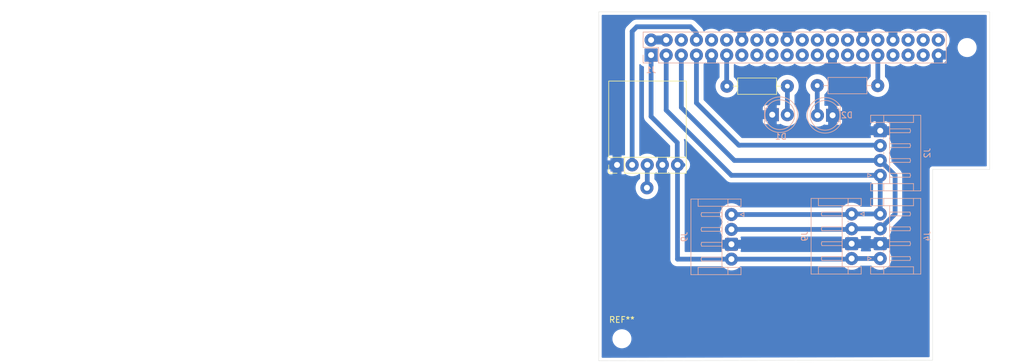
<source format=kicad_pcb>
(kicad_pcb (version 20240108) (generator "pcbnew") (generator_version "8.0")
  (layers (0 "F.Cu" signal) (31 "B.Cu" signal) (34 "B.Paste" user) (35 "F.Paste" user) (36 "B.SilkS" user "B.Silkscreen") (37 "F.SilkS" user "F.Silkscreen") (38 "B.Mask" user) (39 "F.Mask" user) (44 "Edge.Cuts" user))
  (net 0 "")
  (net 1 "GPIO5")
  (net 2 "GPIO13")
  (net 3 "Net-(D1-A)")
  (net 5 "Net-(D2-A)")
  (net 6 "+3.3V")
  (net 7 "TX")
  (net 8 "RX")
  (net 9 "GND")
  (net 12 "GPIO6")
  (net 16 "GPIO27")
  (net 19 "GPIO17")
  (net 21 "SDA")
  (net 26 "SCL")
  (net 31 "GPIO4")
  (net 33 "Net-(J5-Pin_1)")
  (footprint "Library_komsos:MountingHole_2.2mm_M2" (layer "F.Cu") (at 149.5 102)
    (property "Reference" "REF**" (at 0 -3.2 0) (layer "F.SilkS"))
    (property "Value" "MountingHole_2.2mm_M2")
    (pad "" np_thru_hole circle (at 0 0) (size 2.2 2.2) (drill 2.2) (layers "F&B.Cu" "*.Mask") (clearance 0.5))
  )
  (footprint "" (layer "F.Cu") (at 153.7 76.6)
    (property "Reference" "" (at 0 0 0) (layer "F.SilkS") (effects (font (size 1.27 1.27))))
    (property "Value" "")
    (pad "2" thru_hole circle (at 0 0 270) (size 2.2 2.2) (drill 1) (layers "*.Cu" "*.Mask") (net 8 "RX"))
  )
  (footprint "Library_komsos:GPS_BDS_BeiDou_Dual_Module_v2.2mm" (layer "F.Cu") (at 148.68 72.745 90)
    (property "Reference" "IC1" (hide yes))
    (property "Value" "Module_GPS")
    (fp_line (start 14.1 -1.4) (end 1.27 -1.4) (stroke (width 0.12)) (layer "F.SilkS"))
    (fp_line (start 1.27 -1.4) (end 1.27 1.27) (stroke (width 0.12)) (layer "F.SilkS"))
    (fp_line (start 0 -1.4) (end -1.4 -1.4) (stroke (width 0.12)) (layer "F.SilkS"))
    (fp_line (start -1.4 -1.4) (end -1.4 0) (stroke (width 0.12)) (layer "F.SilkS"))
    (fp_line (start 1.27 1.27) (end -1.4 1.27) (stroke (width 0.12)) (layer "F.SilkS"))
    (fp_line (start 1.27 1.27) (end 1.27 11.63) (stroke (width 0.12)) (layer "F.SilkS"))
    (fp_line (start -1.4 1.27) (end -1.4 11.63) (stroke (width 0.12)) (layer "F.SilkS"))
    (fp_line (start 14.1 11.63) (end 14.1 -1.4) (stroke (width 0.12)) (layer "F.SilkS"))
    (fp_line (start -1.4 11.63) (end 14.1 11.63) (stroke (width 0.12)) (layer "F.SilkS"))
    (pad "" thru_hole rect (at 0 0 90) (size 2.2 2.2) (drill 1) (layers "*.Cu" "*.Mask") (net 9 "GND"))
    (pad "2" thru_hole oval (at 0 2.54 90) (size 2.2 2.2) (drill 1) (layers "*.Cu" "*.Mask") (net 7 "TX"))
    (pad "3" thru_hole oval (at 0 5.08 90) (size 2.2 2.2) (drill 1) (layers "*.Cu" "*.Mask") (net 8 "RX"))
    (pad "4" thru_hole oval (at 0 7.62 90) (size 2.2 2.2) (drill 1) (layers "*.Cu" "*.Mask") (net 9 "GND"))
    (pad "5" thru_hole oval (at 0 10.16 90) (size 2.2 2.2) (drill 1) (layers "*.Cu" "*.Mask") (net 6 "+3.3V"))
  )
  (footprint "Library_komsos:MountingHole_2.2mm_M2" (layer "F.Cu") (at 207.5 53)
    (property "Reference" "REF**" (hide yes))
    (property "Value" "MountingHole_2.2mm_M2")
    (pad "" np_thru_hole circle (at 0 0) (size 2.2 2.2) (drill 2.2) (layers "F&B.Cu" "*.Mask") (clearance 0.5))
  )
  (footprint "Library_komsos:R_Axial_DIN0207_L6.3mm_D2.5mm_P10.16mm_Horizontal_v2.2mm" (layer "F.Cu") (at 167.14 59.5)
    (property "Reference" "R1" (hide yes))
    (property "Value" "260")
    (fp_line (start 1.04 0) (end 1.81 0) (stroke (width 0.12)) (layer "F.SilkS"))
    (fp_line (start 1.81 -1.37) (end 1.81 1.37) (stroke (width 0.12)) (layer "F.SilkS"))
    (fp_line (start 1.81 1.37) (end 8.35 1.37) (stroke (width 0.12)) (layer "F.SilkS"))
    (fp_line (start 8.35 -1.37) (end 1.81 -1.37) (stroke (width 0.12)) (layer "F.SilkS"))
    (fp_line (start 8.35 1.37) (end 8.35 -1.37) (stroke (width 0.12)) (layer "F.SilkS"))
    (fp_line (start 9.12 0) (end 8.35 0) (stroke (width 0.12)) (layer "F.SilkS"))
    (pad "1" thru_hole oval (at 0 0) (size 2.2 2.2) (drill 0.8) (layers "*.Cu" "*.Mask") (net 19 "GPIO17"))
    (pad "2" thru_hole oval (at 10.16 0) (size 2.2 2.2) (drill 0.8) (layers "*.Cu" "*.Mask") (net 3 "Net-(D1-A)"))
  )
  (footprint "Library_komsos:JST_EH_S4B-EH_1x04_P2.50mm_Horizontal_kosmos" (layer "B.Cu") (at 192.9 74.5 90)
    (property "Reference" "J2" (at 3.75 7.9 90) (layer "B.SilkS") (effects (justify mirror)))
    (property "Value" "Arduino_Motor")
    (fp_line (start 0.3 -2.1) (end -0.3 -2.1) (stroke (width 0.12)) (layer "B.SilkS"))
    (fp_line (start -0.3 -2.1) (end 0 -1.5) (stroke (width 0.12)) (layer "B.SilkS"))
    (fp_line (start 10.11 -1.61) (end 10.11 6.81) (stroke (width 0.12)) (layer "B.SilkS"))
    (fp_line (start 8.89 -1.61) (end 10.11 -1.61) (stroke (width 0.12)) (layer "B.SilkS"))
    (fp_line (start -1.39 -1.61) (end -1.39 0.59) (stroke (width 0.12)) (layer "B.SilkS"))
    (fp_line (start -2.61 -1.61) (end -1.39 -1.61) (stroke (width 0.12)) (layer "B.SilkS"))
    (fp_line (start 0 -1.5) (end 0.3 -2.1) (stroke (width 0.12)) (layer "B.SilkS"))
    (fp_line (start 10.11 0.59) (end 8.89 0.59) (stroke (width 0.12)) (layer "B.SilkS"))
    (fp_line (start 8.89 0.59) (end 8.89 -1.61) (stroke (width 0.12)) (layer "B.SilkS"))
    (fp_line (start 8.89 0.59) (end 8.89 5.59) (stroke (width 0.12)) (layer "B.SilkS"))
    (fp_line (start 6.33 0.59) (end 6.17 0.59) (stroke (width 0.12)) (layer "B.SilkS"))
    (fp_line (start 3.83 0.59) (end 3.67 0.59) (stroke (width 0.12)) (layer "B.SilkS"))
    (fp_line (start 1.33 0.59) (end 1.17 0.59) (stroke (width 0.12)) (layer "B.SilkS"))
    (fp_line (start -1.39 0.59) (end -1.39 5.59) (stroke (width 0.12)) (layer "B.SilkS"))
    (fp_line (start -2.61 0.59) (end -1.39 0.59) (stroke (width 0.12)) (layer "B.SilkS"))
    (fp_line (start 8.89 1.59) (end -1.39 1.59) (stroke (width 0.12)) (layer "B.SilkS"))
    (fp_line (start 7.82 1.59) (end 7.82 5.01) (stroke (width 0.12)) (layer "B.SilkS"))
    (fp_line (start 7.5 1.59) (end 7.82 1.59) (stroke (width 0.12)) (layer "B.SilkS"))
    (fp_line (start 7.18 1.59) (end 7.5 1.59) (stroke (width 0.12)) (layer "B.SilkS"))
    (fp_line (start 5.32 1.59) (end 5.32 5.01) (stroke (width 0.12)) (layer "B.SilkS"))
    (fp_line (start 5 1.59) (end 5.32 1.59) (stroke (width 0.12)) (layer "B.SilkS"))
    (fp_line (start 4.68 1.59) (end 5 1.59) (stroke (width 0.12)) (layer "B.SilkS"))
    (fp_line (start 2.82 1.59) (end 2.82 5.01) (stroke (width 0.12)) (layer "B.SilkS"))
    (fp_line (start 2.5 1.59) (end 2.82 1.59) (stroke (width 0.12)) (layer "B.SilkS"))
    (fp_line (start 2.18 1.59) (end 2.5 1.59) (stroke (width 0.12)) (layer "B.SilkS"))
    (fp_line (start 0.32 1.59) (end 0.32 5.01) (stroke (width 0.12)) (layer "B.SilkS"))
    (fp_line (start 0 1.59) (end 0.32 1.59) (stroke (width 0.12)) (layer "B.SilkS"))
    (fp_line (start -0.32 1.59) (end 0 1.59) (stroke (width 0.12)) (layer "B.SilkS"))
    (fp_line (start 7.82 5.01) (end 7.5 5.09) (stroke (width 0.12)) (layer "B.SilkS"))
    (fp_line (start 7.18 5.01) (end 7.18 1.59) (stroke (width 0.12)) (layer "B.SilkS"))
    (fp_line (start 5.32 5.01) (end 5 5.09) (stroke (width 0.12)) (layer "B.SilkS"))
    (fp_line (start 4.68 5.01) (end 4.68 1.59) (stroke (width 0.12)) (layer "B.SilkS"))
    (fp_line (start 2.82 5.01) (end 2.5 5.09) (stroke (width 0.12)) (layer "B.SilkS"))
    (fp_line (start 2.18 5.01) (end 2.18 1.59) (stroke (width 0.12)) (layer "B.SilkS"))
    (fp_line (start 0.32 5.01) (end 0 5.09) (stroke (width 0.12)) (layer "B.SilkS"))
    (fp_line (start -0.32 5.01) (end -0.32 1.59) (stroke (width 0.12)) (layer "B.SilkS"))
    (fp_line (start 7.5 5.09) (end 7.18 5.01) (stroke (width 0.12)) (layer "B.SilkS"))
    (fp_line (start 5 5.09) (end 4.68 5.01) (stroke (width 0.12)) (layer "B.SilkS"))
    (fp_line (start 2.5 5.09) (end 2.18 5.01) (stroke (width 0.12)) (layer "B.SilkS"))
    (fp_line (start 0 5.09) (end -0.32 5.01) (stroke (width 0.12)) (layer "B.SilkS"))
    (fp_line (start 8.89 5.59) (end 10.11 5.59) (stroke (width 0.12)) (layer "B.SilkS"))
    (fp_line (start -1.39 5.59) (end -2.61 5.59) (stroke (width 0.12)) (layer "B.SilkS"))
    (fp_line (start 10.11 6.81) (end -2.61 6.81) (stroke (width 0.12)) (layer "B.SilkS"))
    (fp_line (start -2.61 6.81) (end -2.61 -1.61) (stroke (width 0.12)) (layer "B.SilkS"))
    (pad "1" thru_hole circle (at 0 0 90) (size 2.2 2.2) (drill 1) (layers "*.Cu" "*.Mask") (net 21 "SDA"))
    (pad "2" thru_hole oval (at 2.5 0 90) (size 2.2 2.2) (drill 1) (layers "*.Cu" "*.Mask") (net 26 "SCL"))
    (pad "3" thru_hole oval (at 5 0 90) (size 2.2 2.2) (drill 1) (layers "*.Cu" "*.Mask") (net 31 "GPIO4"))
    (pad "4" thru_hole roundrect (at 7.5 0 90) (size 2.2 2.2) (drill 1) (layers "*.Cu" "*.Mask") (roundrect_rratio 0.1136363636) (net 9 "GND"))
  )
  (footprint "Library_komsos:PinSocket_2x20_P2.54mm_Vertical_pad2.2mm" (layer "B.Cu") (at 154.4 54.27 -90)
    (property "Reference" "J1" (at 2.5 0 0) (layer "B.SilkS") (effects (justify mirror)))
    (property "Value" "Raspberry_Pi_2_3")
    (fp_line (start -1.27 1.33) (end -3.87 1.33) (stroke (width 0.12)) (layer "B.SilkS"))
    (fp_line (start 1.33 1.33) (end 0 1.33) (stroke (width 0.12)) (layer "B.SilkS"))
    (fp_line (start 1.33 0) (end 1.33 1.33) (stroke (width 0.12)) (layer "B.SilkS"))
    (fp_line (start -1.27 -1.27) (end -1.27 1.33) (stroke (width 0.12)) (layer "B.SilkS"))
    (fp_line (start 1.33 -1.27) (end -1.27 -1.27) (stroke (width 0.12)) (layer "B.SilkS"))
    (fp_line (start -3.87 -49.59) (end -3.87 1.33) (stroke (width 0.12)) (layer "B.SilkS"))
    (fp_line (start 1.33 -49.59) (end 1.33 -1.27) (stroke (width 0.12)) (layer "B.SilkS"))
    (fp_line (start 1.33 -49.59) (end -3.87 -49.59) (stroke (width 0.12)) (layer "B.SilkS"))
    (pad "1" thru_hole rect (at 0 0 270) (size 2.2 2.2) (drill 1) (layers "*.Cu" "*.Mask") (net 6 "+3.3V"))
    (pad "2" thru_hole oval (at -2.54 0 270) (size 2.2 2.2) (drill 1) (layers "*.Cu" "*.Mask") (net 33 "Net-(J5-Pin_1)"))
    (pad "3" thru_hole oval (at 0 -2.54 270) (size 2.2 2.2) (drill 1) (layers "*.Cu" "*.Mask") (net 21 "SDA"))
    (pad "4" thru_hole oval (at -2.54 -2.54 270) (size 2.2 2.2) (drill 1) (layers "*.Cu" "*.Mask") (net 33 "Net-(J5-Pin_1)"))
    (pad "5" thru_hole oval (at 0 -5.08 270) (size 2.2 2.2) (drill 1) (layers "*.Cu" "*.Mask") (net 26 "SCL"))
    (pad "6" thru_hole oval (at -2.54 -5.08 270) (size 2.2 2.2) (drill 1) (layers "*.Cu" "*.Mask") (net 9 "GND"))
    (pad "7" thru_hole oval (at 0 -7.62 270) (size 2.2 2.2) (drill 1) (layers "*.Cu" "*.Mask") (net 31 "GPIO4"))
    (pad "8" thru_hole oval (at -2.54 -7.62 270) (size 2.2 2.2) (drill 1) (layers "*.Cu" "*.Mask") (net 7 "TX"))
    (pad "9" thru_hole oval (at 0 -10.16 270) (size 2.2 2.2) (drill 1) (layers "*.Cu" "*.Mask") (net 9 "GND"))
    (pad "10" thru_hole oval (at -2.54 -10.16 270) (size 2.2 2.2) (drill 1) (layers "*.Cu" "*.Mask") (net 8 "RX"))
    (pad "11" thru_hole oval (at 0 -12.7 270) (size 2.2 2.2) (drill 1) (layers "*.Cu" "*.Mask") (net 19 "GPIO17"))
    (pad "12" thru_hole oval (at -2.54 -12.7 270) (size 2.2 2.2) (drill 1) (layers "*.Cu" "*.Mask"))
    (pad "13" thru_hole oval (at 0 -15.24 270) (size 2.2 2.2) (drill 1) (layers "*.Cu" "*.Mask") (net 16 "GPIO27"))
    (pad "14" thru_hole oval (at -2.54 -15.24 270) (size 2.2 2.2) (drill 1) (layers "*.Cu" "*.Mask") (net 9 "GND"))
    (pad "15" thru_hole oval (at 0 -17.78 270) (size 2.2 2.2) (drill 1) (layers "*.Cu" "*.Mask"))
    (pad "16" thru_hole oval (at -2.54 -17.78 270) (size 2.2 2.2) (drill 1) (layers "*.Cu" "*.Mask"))
    (pad "17" thru_hole oval (at 0 -20.32 270) (size 2.2 2.2) (drill 1) (layers "*.Cu" "*.Mask") (net 6 "+3.3V"))
    (pad "18" thru_hole oval (at -2.54 -20.32 270) (size 2.2 2.2) (drill 1) (layers "*.Cu" "*.Mask"))
    (pad "19" thru_hole oval (at 0 -22.86 270) (size 2.2 2.2) (drill 1) (layers "*.Cu" "*.Mask"))
    (pad "20" thru_hole oval (at -2.54 -22.86 270) (size 2.2 2.2) (drill 1) (layers "*.Cu" "*.Mask") (net 9 "GND"))
    (pad "21" thru_hole oval (at 0 -25.4 270) (size 2.2 2.2) (drill 1) (layers "*.Cu" "*.Mask"))
    (pad "22" thru_hole oval (at -2.54 -25.4 270) (size 2.2 2.2) (drill 1) (layers "*.Cu" "*.Mask"))
    (pad "23" thru_hole oval (at 0 -27.94 270) (size 2.2 2.2) (drill 1) (layers "*.Cu" "*.Mask"))
    (pad "24" thru_hole oval (at -2.54 -27.94 270) (size 2.2 2.2) (drill 1) (layers "*.Cu" "*.Mask"))
    (pad "25" thru_hole oval (at 0 -30.48 270) (size 2.2 2.2) (drill 1) (layers "*.Cu" "*.Mask") (net 9 "GND"))
    (pad "26" thru_hole oval (at -2.54 -30.48 270) (size 2.2 2.2) (drill 1) (layers "*.Cu" "*.Mask"))
    (pad "27" thru_hole oval (at 0 -33.02 270) (size 2.2 2.2) (drill 1) (layers "*.Cu" "*.Mask"))
    (pad "28" thru_hole oval (at -2.54 -33.02 270) (size 2.2 2.2) (drill 1) (layers "*.Cu" "*.Mask"))
    (pad "29" thru_hole oval (at 0 -35.56 270) (size 2.2 2.2) (drill 1) (layers "*.Cu" "*.Mask") (net 1 "GPIO5"))
    (pad "30" thru_hole oval (at -2.54 -35.56 270) (size 2.2 2.2) (drill 1) (layers "*.Cu" "*.Mask") (net 9 "GND"))
    (pad "31" thru_hole oval (at 0 -38.1 270) (size 2.2 2.2) (drill 1) (layers "*.Cu" "*.Mask") (net 12 "GPIO6"))
    (pad "32" thru_hole oval (at -2.54 -38.1 270) (size 2.2 2.2) (drill 1) (layers "*.Cu" "*.Mask"))
    (pad "33" thru_hole oval (at 0 -40.64 270) (size 2.2 2.2) (drill 1) (layers "*.Cu" "*.Mask") (net 2 "GPIO13"))
    (pad "34" thru_hole oval (at -2.54 -40.64 270) (size 2.2 2.2) (drill 1) (layers "*.Cu" "*.Mask") (net 9 "GND"))
    (pad "35" thru_hole oval (at 0 -43.18 270) (size 2.2 2.2) (drill 1) (layers "*.Cu" "*.Mask"))
    (pad "36" thru_hole oval (at -2.54 -43.18 270) (size 2.2 2.2) (drill 1) (layers "*.Cu" "*.Mask"))
    (pad "37" thru_hole oval (at 0 -45.72 270) (size 2.2 2.2) (drill 1) (layers "*.Cu" "*.Mask"))
    (pad "38" thru_hole oval (at -2.54 -45.72 270) (size 2.2 2.2) (drill 1) (layers "*.Cu" "*.Mask"))
    (pad "39" thru_hole oval (at 0 -48.26 270) (size 2.2 2.2) (drill 1) (layers "*.Cu" "*.Mask") (net 9 "GND"))
    (pad "40" thru_hole oval (at -2.54 -48.26 270) (size 2.2 2.2) (drill 1) (layers "*.Cu" "*.Mask"))
  )
  (footprint "Library_komsos:JST_EH_S4B-EH_1x04_P2.50mm_Horizontal_kosmos" (layer "B.Cu") (at 188.1 81 -90)
    (property "Reference" "J9" (at 3.75 7.9 90) (layer "B.SilkS") (effects (justify mirror)))
    (property "Value" "Capteur_Magneto")
    (fp_line (start -2.61 6.81) (end -2.61 -1.61) (stroke (width 0.12)) (layer "B.SilkS"))
    (fp_line (start 10.11 6.81) (end -2.61 6.81) (stroke (width 0.12)) (layer "B.SilkS"))
    (fp_line (start -1.39 5.59) (end -2.61 5.59) (stroke (width 0.12)) (layer "B.SilkS"))
    (fp_line (start 8.89 5.59) (end 10.11 5.59) (stroke (width 0.12)) (layer "B.SilkS"))
    (fp_line (start 0 5.09) (end -0.32 5.01) (stroke (width 0.12)) (layer "B.SilkS"))
    (fp_line (start 2.5 5.09) (end 2.18 5.01) (stroke (width 0.12)) (layer "B.SilkS"))
    (fp_line (start 5 5.09) (end 4.68 5.01) (stroke (width 0.12)) (layer "B.SilkS"))
    (fp_line (start 7.5 5.09) (end 7.18 5.01) (stroke (width 0.12)) (layer "B.SilkS"))
    (fp_line (start -0.32 5.01) (end -0.32 1.59) (stroke (width 0.12)) (layer "B.SilkS"))
    (fp_line (start 0.32 5.01) (end 0 5.09) (stroke (width 0.12)) (layer "B.SilkS"))
    (fp_line (start 2.18 5.01) (end 2.18 1.59) (stroke (width 0.12)) (layer "B.SilkS"))
    (fp_line (start 2.82 5.01) (end 2.5 5.09) (stroke (width 0.12)) (layer "B.SilkS"))
    (fp_line (start 4.68 5.01) (end 4.68 1.59) (stroke (width 0.12)) (layer "B.SilkS"))
    (fp_line (start 5.32 5.01) (end 5 5.09) (stroke (width 0.12)) (layer "B.SilkS"))
    (fp_line (start 7.18 5.01) (end 7.18 1.59) (stroke (width 0.12)) (layer "B.SilkS"))
    (fp_line (start 7.82 5.01) (end 7.5 5.09) (stroke (width 0.12)) (layer "B.SilkS"))
    (fp_line (start -0.32 1.59) (end 0 1.59) (stroke (width 0.12)) (layer "B.SilkS"))
    (fp_line (start 0 1.59) (end 0.32 1.59) (stroke (width 0.12)) (layer "B.SilkS"))
    (fp_line (start 0.32 1.59) (end 0.32 5.01) (stroke (width 0.12)) (layer "B.SilkS"))
    (fp_line (start 2.18 1.59) (end 2.5 1.59) (stroke (width 0.12)) (layer "B.SilkS"))
    (fp_line (start 2.5 1.59) (end 2.82 1.59) (stroke (width 0.12)) (layer "B.SilkS"))
    (fp_line (start 2.82 1.59) (end 2.82 5.01) (stroke (width 0.12)) (layer "B.SilkS"))
    (fp_line (start 4.68 1.59) (end 5 1.59) (stroke (width 0.12)) (layer "B.SilkS"))
    (fp_line (start 5 1.59) (end 5.32 1.59) (stroke (width 0.12)) (layer "B.SilkS"))
    (fp_line (start 5.32 1.59) (end 5.32 5.01) (stroke (width 0.12)) (layer "B.SilkS"))
    (fp_line (start 7.18 1.59) (end 7.5 1.59) (stroke (width 0.12)) (layer "B.SilkS"))
    (fp_line (start 7.5 1.59) (end 7.82 1.59) (stroke (width 0.12)) (layer "B.SilkS"))
    (fp_line (start 7.82 1.59) (end 7.82 5.01) (stroke (width 0.12)) (layer "B.SilkS"))
    (fp_line (start 8.89 1.59) (end -1.39 1.59) (stroke (width 0.12)) (layer "B.SilkS"))
    (fp_line (start -2.61 0.59) (end -1.39 0.59) (stroke (width 0.12)) (layer "B.SilkS"))
    (fp_line (start -1.39 0.59) (end -1.39 5.59) (stroke (width 0.12)) (layer "B.SilkS"))
    (fp_line (start 1.33 0.59) (end 1.17 0.59) (stroke (width 0.12)) (layer "B.SilkS"))
    (fp_line (start 3.83 0.59) (end 3.67 0.59) (stroke (width 0.12)) (layer "B.SilkS"))
    (fp_line (start 6.33 0.59) (end 6.17 0.59) (stroke (width 0.12)) (layer "B.SilkS"))
    (fp_line (start 8.89 0.59) (end 8.89 5.59) (stroke (width 0.12)) (layer "B.SilkS"))
    (fp_line (start 8.89 0.59) (end 8.89 -1.61) (stroke (width 0.12)) (layer "B.SilkS"))
    (fp_line (start 10.11 0.59) (end 8.89 0.59) (stroke (width 0.12)) (layer "B.SilkS"))
    (fp_line (start 0 -1.5) (end 0.3 -2.1) (stroke (width 0.12)) (layer "B.SilkS"))
    (fp_line (start -2.61 -1.61) (end -1.39 -1.61) (stroke (width 0.12)) (layer "B.SilkS"))
    (fp_line (start -1.39 -1.61) (end -1.39 0.59) (stroke (width 0.12)) (layer "B.SilkS"))
    (fp_line (start 8.89 -1.61) (end 10.11 -1.61) (stroke (width 0.12)) (layer "B.SilkS"))
    (fp_line (start 10.11 -1.61) (end 10.11 6.81) (stroke (width 0.12)) (layer "B.SilkS"))
    (fp_line (start -0.3 -2.1) (end 0 -1.5) (stroke (width 0.12)) (layer "B.SilkS"))
    (fp_line (start 0.3 -2.1) (end -0.3 -2.1) (stroke (width 0.12)) (layer "B.SilkS"))
    (pad "1" thru_hole circle (at 0 0 270) (size 2.2 2.2) (drill 1) (layers "*.Cu" "*.Mask") (net 21 "SDA"))
    (pad "2" thru_hole oval (at 2.5 0 270) (size 2.2 2.2) (drill 1) (layers "*.Cu" "*.Mask") (net 26 "SCL"))
    (pad "3" thru_hole roundrect (at 5 0 270) (size 2.2 2.2) (drill 1) (layers "*.Cu" "*.Mask") (roundrect_rratio 0.1136363636) (net 9 "GND"))
    (pad "4" thru_hole circle (at 7.5 0 270) (size 2.2 2.2) (drill 1) (layers "*.Cu" "*.Mask") (net 6 "+3.3V"))
  )
  (footprint "Library_komsos:R_Axial_DIN0207_L6.3mm_D2.5mm_P10.16mm_Horizontal_v2.2mm" (layer "B.Cu") (at 192.48 59.4 180)
    (property "Reference" "R2" (hide yes))
    (property "Value" "260")
    (fp_line (start 8.35 1.37) (end 8.35 -1.37) (stroke (width 0.12)) (layer "B.SilkS"))
    (fp_line (start 8.35 0) (end 9.12 0) (stroke (width 0.12)) (layer "B.SilkS"))
    (fp_line (start 8.35 -1.37) (end 1.81 -1.37) (stroke (width 0.12)) (layer "B.SilkS"))
    (fp_line (start 1.81 1.37) (end 8.35 1.37) (stroke (width 0.12)) (layer "B.SilkS"))
    (fp_line (start 1.81 0) (end 1.04 0) (stroke (width 0.12)) (layer "B.SilkS"))
    (fp_line (start 1.81 -1.37) (end 1.81 1.37) (stroke (width 0.12)) (layer "B.SilkS"))
    (pad "1" thru_hole oval (at 0 0 180) (size 2.2 2.2) (drill 0.8) (layers "*.Cu" "*.Mask") (net 12 "GPIO6"))
    (pad "2" thru_hole oval (at 10.16 0 180) (size 2.2 2.2) (drill 0.8) (layers "*.Cu" "*.Mask") (net 5 "Net-(D2-A)"))
  )
  (footprint "Library_komsos:JST_EH_S4B-EH_1x04_P2.50mm_Horizontal_kosmos" (layer "B.Cu") (at 192.9 88.5 90)
    (property "Reference" "J4" (at 3.75 7.9 90) (layer "B.SilkS") (effects (justify mirror)))
    (property "Value" "Capteur_Temp")
    (fp_line (start 0.3 -2.1) (end -0.3 -2.1) (stroke (width 0.12)) (layer "B.SilkS"))
    (fp_line (start -0.3 -2.1) (end 0 -1.5) (stroke (width 0.12)) (layer "B.SilkS"))
    (fp_line (start 10.11 -1.61) (end 10.11 6.81) (stroke (width 0.12)) (layer "B.SilkS"))
    (fp_line (start 8.89 -1.61) (end 10.11 -1.61) (stroke (width 0.12)) (layer "B.SilkS"))
    (fp_line (start -1.39 -1.61) (end -1.39 0.59) (stroke (width 0.12)) (layer "B.SilkS"))
    (fp_line (start -2.61 -1.61) (end -1.39 -1.61) (stroke (width 0.12)) (layer "B.SilkS"))
    (fp_line (start 0 -1.5) (end 0.3 -2.1) (stroke (width 0.12)) (layer "B.SilkS"))
    (fp_line (start 10.11 0.59) (end 8.89 0.59) (stroke (width 0.12)) (layer "B.SilkS"))
    (fp_line (start 8.89 0.59) (end 8.89 -1.61) (stroke (width 0.12)) (layer "B.SilkS"))
    (fp_line (start 8.89 0.59) (end 8.89 5.59) (stroke (width 0.12)) (layer "B.SilkS"))
    (fp_line (start 6.33 0.59) (end 6.17 0.59) (stroke (width 0.12)) (layer "B.SilkS"))
    (fp_line (start 3.83 0.59) (end 3.67 0.59) (stroke (width 0.12)) (layer "B.SilkS"))
    (fp_line (start 1.33 0.59) (end 1.17 0.59) (stroke (width 0.12)) (layer "B.SilkS"))
    (fp_line (start -1.39 0.59) (end -1.39 5.59) (stroke (width 0.12)) (layer "B.SilkS"))
    (fp_line (start -2.61 0.59) (end -1.39 0.59) (stroke (width 0.12)) (layer "B.SilkS"))
    (fp_line (start 8.89 1.59) (end -1.39 1.59) (stroke (width 0.12)) (layer "B.SilkS"))
    (fp_line (start 7.82 1.59) (end 7.82 5.01) (stroke (width 0.12)) (layer "B.SilkS"))
    (fp_line (start 7.5 1.59) (end 7.82 1.59) (stroke (width 0.12)) (layer "B.SilkS"))
    (fp_line (start 7.18 1.59) (end 7.5 1.59) (stroke (width 0.12)) (layer "B.SilkS"))
    (fp_line (start 5.32 1.59) (end 5.32 5.01) (stroke (width 0.12)) (layer "B.SilkS"))
    (fp_line (start 5 1.59) (end 5.32 1.59) (stroke (width 0.12)) (layer "B.SilkS"))
    (fp_line (start 4.68 1.59) (end 5 1.59) (stroke (width 0.12)) (layer "B.SilkS"))
    (fp_line (start 2.82 1.59) (end 2.82 5.01) (stroke (width 0.12)) (layer "B.SilkS"))
    (fp_line (start 2.5 1.59) (end 2.82 1.59) (stroke (width 0.12)) (layer "B.SilkS"))
    (fp_line (start 2.18 1.59) (end 2.5 1.59) (stroke (width 0.12)) (layer "B.SilkS"))
    (fp_line (start 0.32 1.59) (end 0.32 5.01) (stroke (width 0.12)) (layer "B.SilkS"))
    (fp_line (start 0 1.59) (end 0.32 1.59) (stroke (width 0.12)) (layer "B.SilkS"))
    (fp_line (start -0.32 1.59) (end 0 1.59) (stroke (width 0.12)) (layer "B.SilkS"))
    (fp_line (start 7.82 5.01) (end 7.5 5.09) (stroke (width 0.12)) (layer "B.SilkS"))
    (fp_line (start 7.18 5.01) (end 7.18 1.59) (stroke (width 0.12)) (layer "B.SilkS"))
    (fp_line (start 5.32 5.01) (end 5 5.09) (stroke (width 0.12)) (layer "B.SilkS"))
    (fp_line (start 4.68 5.01) (end 4.68 1.59) (stroke (width 0.12)) (layer "B.SilkS"))
    (fp_line (start 2.82 5.01) (end 2.5 5.09) (stroke (width 0.12)) (layer "B.SilkS"))
    (fp_line (start 2.18 5.01) (end 2.18 1.59) (stroke (width 0.12)) (layer "B.SilkS"))
    (fp_line (start 0.32 5.01) (end 0 5.09) (stroke (width 0.12)) (layer "B.SilkS"))
    (fp_line (start -0.32 5.01) (end -0.32 1.59) (stroke (width 0.12)) (layer "B.SilkS"))
    (fp_line (start 7.5 5.09) (end 7.18 5.01) (stroke (width 0.12)) (layer "B.SilkS"))
    (fp_line (start 5 5.09) (end 4.68 5.01) (stroke (width 0.12)) (layer "B.SilkS"))
    (fp_line (start 2.5 5.09) (end 2.18 5.01) (stroke (width 0.12)) (layer "B.SilkS"))
    (fp_line (start 0 5.09) (end -0.32 5.01) (stroke (width 0.12)) (layer "B.SilkS"))
    (fp_line (start 8.89 5.59) (end 10.11 5.59) (stroke (width 0.12)) (layer "B.SilkS"))
    (fp_line (start -1.39 5.59) (end -2.61 5.59) (stroke (width 0.12)) (layer "B.SilkS"))
    (fp_line (start 10.11 6.81) (end -2.61 6.81) (stroke (width 0.12)) (layer "B.SilkS"))
    (fp_line (start -2.61 6.81) (end -2.61 -1.61) (stroke (width 0.12)) (layer "B.SilkS"))
    (pad "1" thru_hole circle (at 0 0 90) (size 2.2 2.2) (drill 1) (layers "*.Cu" "*.Mask") (net 6 "+3.3V"))
    (pad "2" thru_hole roundrect (at 2.5 0 90) (size 2.2 2.2) (drill 1) (layers "*.Cu" "*.Mask") (roundrect_rratio 0.1136363636) (net 9 "GND"))
    (pad "3" thru_hole oval (at 5 0 90) (size 2.2 2.2) (drill 1) (layers "*.Cu" "*.Mask") (net 26 "SCL"))
    (pad "4" thru_hole oval (at 7.5 0 90) (size 2.2 2.2) (drill 1) (layers "*.Cu" "*.Mask") (net 21 "SDA"))
  )
  (footprint "Library_komsos:LED_D5.0mm_v2.2mm" (layer "B.Cu") (at 174.76 64.3)
    (property "Reference" "D1" (at 1.44 3.7 0) (layer "B.SilkS") (effects (justify mirror)))
    (property "Value" "LED_verte")
    (fp_line (start -1.29 -1.545) (end -1.29 1.545) (stroke (width 0.12)) (layer "B.SilkS"))
    (fp_arc (start -1.29 -1.54483) (mid 2.072002 -2.880433) (end 4.26 0.000462) (stroke (width 0.12)) (layer "B.SilkS"))
    (fp_arc (start 4.26 -0.000462) (mid 2.072002 2.880433) (end -1.29 1.54483) (stroke (width 0.12)) (layer "B.SilkS"))
    (fp_circle (center 1.27 0) (end 3.77 0) (stroke (width 0.12)) (fill none) (layer "B.SilkS"))
    (pad "1" thru_hole rect (at 0 0) (size 2.2 2.2) (drill 1) (layers "*.Cu" "*.Mask") (net 9 "GND"))
    (pad "2" thru_hole circle (at 2.54 0) (size 2.2 2.2) (drill 1) (layers "*.Cu" "*.Mask") (net 3 "Net-(D1-A)"))
  )
  (footprint "Library_komsos:JST_EH_S4B-EH_1x04_P2.50mm_Horizontal_kosmos" (layer "B.Cu") (at 167.9 81.1 -90)
    (property "Reference" "J9" (at 3.75 7.9 90) (layer "B.SilkS") (effects (justify mirror)))
    (property "Value" "Capteur_TP")
    (fp_line (start -2.61 6.81) (end -2.61 -1.61) (stroke (width 0.12)) (layer "B.SilkS"))
    (fp_line (start 10.11 6.81) (end -2.61 6.81) (stroke (width 0.12)) (layer "B.SilkS"))
    (fp_line (start -1.39 5.59) (end -2.61 5.59) (stroke (width 0.12)) (layer "B.SilkS"))
    (fp_line (start 8.89 5.59) (end 10.11 5.59) (stroke (width 0.12)) (layer "B.SilkS"))
    (fp_line (start 0 5.09) (end -0.32 5.01) (stroke (width 0.12)) (layer "B.SilkS"))
    (fp_line (start 2.5 5.09) (end 2.18 5.01) (stroke (width 0.12)) (layer "B.SilkS"))
    (fp_line (start 5 5.09) (end 4.68 5.01) (stroke (width 0.12)) (layer "B.SilkS"))
    (fp_line (start 7.5 5.09) (end 7.18 5.01) (stroke (width 0.12)) (layer "B.SilkS"))
    (fp_line (start -0.32 5.01) (end -0.32 1.59) (stroke (width 0.12)) (layer "B.SilkS"))
    (fp_line (start 0.32 5.01) (end 0 5.09) (stroke (width 0.12)) (layer "B.SilkS"))
    (fp_line (start 2.18 5.01) (end 2.18 1.59) (stroke (width 0.12)) (layer "B.SilkS"))
    (fp_line (start 2.82 5.01) (end 2.5 5.09) (stroke (width 0.12)) (layer "B.SilkS"))
    (fp_line (start 4.68 5.01) (end 4.68 1.59) (stroke (width 0.12)) (layer "B.SilkS"))
    (fp_line (start 5.32 5.01) (end 5 5.09) (stroke (width 0.12)) (layer "B.SilkS"))
    (fp_line (start 7.18 5.01) (end 7.18 1.59) (stroke (width 0.12)) (layer "B.SilkS"))
    (fp_line (start 7.82 5.01) (end 7.5 5.09) (stroke (width 0.12)) (layer "B.SilkS"))
    (fp_line (start -0.32 1.59) (end 0 1.59) (stroke (width 0.12)) (layer "B.SilkS"))
    (fp_line (start 0 1.59) (end 0.32 1.59) (stroke (width 0.12)) (layer "B.SilkS"))
    (fp_line (start 0.32 1.59) (end 0.32 5.01) (stroke (width 0.12)) (layer "B.SilkS"))
    (fp_line (start 2.18 1.59) (end 2.5 1.59) (stroke (width 0.12)) (layer "B.SilkS"))
    (fp_line (start 2.5 1.59) (end 2.82 1.59) (stroke (width 0.12)) (layer "B.SilkS"))
    (fp_line (start 2.82 1.59) (end 2.82 5.01) (stroke (width 0.12)) (layer "B.SilkS"))
    (fp_line (start 4.68 1.59) (end 5 1.59) (stroke (width 0.12)) (layer "B.SilkS"))
    (fp_line (start 5 1.59) (end 5.32 1.59) (stroke (width 0.12)) (layer "B.SilkS"))
    (fp_line (start 5.32 1.59) (end 5.32 5.01) (stroke (width 0.12)) (layer "B.SilkS"))
    (fp_line (start 7.18 1.59) (end 7.5 1.59) (stroke (width 0.12)) (layer "B.SilkS"))
    (fp_line (start 7.5 1.59) (end 7.82 1.59) (stroke (width 0.12)) (layer "B.SilkS"))
    (fp_line (start 7.82 1.59) (end 7.82 5.01) (stroke (width 0.12)) (layer "B.SilkS"))
    (fp_line (start 8.89 1.59) (end -1.39 1.59) (stroke (width 0.12)) (layer "B.SilkS"))
    (fp_line (start -2.61 0.59) (end -1.39 0.59) (stroke (width 0.12)) (layer "B.SilkS"))
    (fp_line (start -1.39 0.59) (end -1.39 5.59) (stroke (width 0.12)) (layer "B.SilkS"))
    (fp_line (start 1.33 0.59) (end 1.17 0.59) (stroke (width 0.12)) (layer "B.SilkS"))
    (fp_line (start 3.83 0.59) (end 3.67 0.59) (stroke (width 0.12)) (layer "B.SilkS"))
    (fp_line (start 6.33 0.59) (end 6.17 0.59) (stroke (width 0.12)) (layer "B.SilkS"))
    (fp_line (start 8.89 0.59) (end 8.89 5.59) (stroke (width 0.12)) (layer "B.SilkS"))
    (fp_line (start 8.89 0.59) (end 8.89 -1.61) (stroke (width 0.12)) (layer "B.SilkS"))
    (fp_line (start 10.11 0.59) (end 8.89 0.59) (stroke (width 0.12)) (layer "B.SilkS"))
    (fp_line (start 0 -1.5) (end 0.3 -2.1) (stroke (width 0.12)) (layer "B.SilkS"))
    (fp_line (start -2.61 -1.61) (end -1.39 -1.61) (stroke (width 0.12)) (layer "B.SilkS"))
    (fp_line (start -1.39 -1.61) (end -1.39 0.59) (stroke (width 0.12)) (layer "B.SilkS"))
    (fp_line (start 8.89 -1.61) (end 10.11 -1.61) (stroke (width 0.12)) (layer "B.SilkS"))
    (fp_line (start 10.11 -1.61) (end 10.11 6.81) (stroke (width 0.12)) (layer "B.SilkS"))
    (fp_line (start -0.3 -2.1) (end 0 -1.5) (stroke (width 0.12)) (layer "B.SilkS"))
    (fp_line (start 0.3 -2.1) (end -0.3 -2.1) (stroke (width 0.12)) (layer "B.SilkS"))
    (pad "1" thru_hole circle (at 0 0 270) (size 2.2 2.2) (drill 1) (layers "*.Cu" "*.Mask") (net 21 "SDA"))
    (pad "2" thru_hole oval (at 2.5 0 270) (size 2.2 2.2) (drill 1) (layers "*.Cu" "*.Mask") (net 26 "SCL"))
    (pad "3" thru_hole roundrect (at 5 0 270) (size 2.2 2.2) (drill 1) (layers "*.Cu" "*.Mask") (roundrect_rratio 0.1136363636) (net 9 "GND"))
    (pad "4" thru_hole circle (at 7.5 0 270) (size 2.2 2.2) (drill 1) (layers "*.Cu" "*.Mask") (net 6 "+3.3V"))
  )
  (footprint "Library_komsos:LED_D5.0mm_v2.2mm" (layer "B.Cu") (at 184.9 64.4 180)
    (property "Reference" "D2" (at -2.4 0.025 0) (layer "B.SilkS") (effects (justify mirror)))
    (property "Value" "LED_rouge")
    (fp_line (start -1.29 -1.545) (end -1.29 1.545) (stroke (width 0.12)) (layer "B.SilkS"))
    (fp_arc (start 4.26 -0.000462) (mid 2.072002 2.880433) (end -1.29 1.54483) (stroke (width 0.12)) (layer "B.SilkS"))
    (fp_arc (start -1.29 -1.54483) (mid 2.072002 -2.880433) (end 4.26 0.000462) (stroke (width 0.12)) (layer "B.SilkS"))
    (fp_circle (center 1.27 0) (end 3.77 0) (stroke (width 0.12)) (fill none) (layer "B.SilkS"))
    (pad "1" thru_hole rect (at 0 0 180) (size 2.2 2.2) (drill 1) (layers "*.Cu" "*.Mask") (net 9 "GND"))
    (pad "2" thru_hole circle (at 2.54 0 180) (size 2.2 2.2) (drill 1) (layers "*.Cu" "*.Mask") (net 5 "Net-(D2-A)"))
  )
  (gr_line (start 145.6 47) (end 211.3 47) (stroke (width 0.05)) (layer "Edge.Cuts"))
  (gr_line (start 201.7 73.5) (end 211.3 73.5) (stroke (width 0.05)) (layer "Edge.Cuts"))
  (gr_line (start 201.7 105.6) (end 201.7 73.5) (stroke (width 0.05)) (layer "Edge.Cuts"))
  (gr_line (start 211.3 73.5) (end 211.3 47) (stroke (width 0.05)) (layer "Edge.Cuts"))
  (gr_line (start 145.6 47) (end 145.6 105.7) (stroke (width 0.05)) (layer "Edge.Cuts"))
  (gr_line (start 145.6 105.7) (end 201.7 105.6) (stroke (width 0.05)) (layer "Edge.Cuts"))
  (segment (start 177.3 59.5) (end 177.3 64.3) (width 0.8) (layer "B.Cu") (net 3))
  (segment (start 182.32 64.36) (end 182.36 64.4) (width 0.8) (layer "B.Cu") (net 5))
  (segment (start 182.32 59.1) (end 182.32 64.36) (width 0.8) (layer "B.Cu") (net 5))
  (segment (start 158.8 72.705) (end 158.84 72.745) (width 0.8) (layer "B.Cu") (net 6))
  (segment (start 167.9 88.6) (end 158.84 88.6) (width 0.8) (layer "B.Cu") (net 6))
  (segment (start 188 88.6) (end 188.1 88.5) (width 0.8) (layer "B.Cu") (net 6))
  (segment (start 154.4 54.27) (end 154.4 64.6) (width 0.8) (layer "B.Cu") (net 6))
  (segment (start 158.84 72.745) (end 159.745 72.745) (width 0.8) (layer "B.Cu") (net 6))
  (segment (start 154.4 64.6) (end 158.8 69) (width 0.8) (layer "B.Cu") (net 6))
  (segment (start 188.1 88.5) (end 192.9 88.5) (width 0.8) (layer "B.Cu") (net 6))
  (segment (start 158.84 88.6) (end 158.84 72.745) (width 0.8) (layer "B.Cu") (net 6))
  (segment (start 158.8 69) (end 158.8 72.705) (width 0.8) (layer "B.Cu") (net 6))
  (segment (start 167.9 88.6) (end 188 88.6) (width 0.8) (layer "B.Cu") (net 6))
  (segment (start 161 49.5) (end 152 49.5) (width 0.8) (layer "B.Cu") (net 7))
  (segment (start 162.02 50.52) (end 161 49.5) (width 0.8) (layer "B.Cu") (net 7))
  (segment (start 152 49.5) (end 151.22 50.28) (width 0.8) (layer "B.Cu") (net 7))
  (segment (start 151.22 50.28) (end 151.22 72.745) (width 0.8) (layer "B.Cu") (net 7))
  (segment (start 153.76 72.745) (end 153.76 76.54) (width 0.8) (layer "B.Cu") (net 8))
  (segment (start 153.8 72.705) (end 153.76 72.745) (width 0.8) (layer "B.Cu") (net 8))
  (segment (start 153.76 76.54) (end 153.7 76.6) (width 0.8) (layer "B.Cu") (net 8))
  (segment (start 187.7 85.9) (end 187.8 86) (width 0.8) (layer "B.Cu") (net 9))
  (segment (start 175.28 64.22) (end 175 64.5) (width 0.8) (layer "B.Cu") (net 9))
  (segment (start 168 86) (end 167.9 86.1) (width 1.5) (layer "B.Cu") (net 9))
  (segment (start 192.5 59.08) (end 192.48 59.1) (width 0.8) (layer "B.Cu") (net 12))
  (segment (start 192.5 54.27) (end 192.5 59.08) (width 0.8) (layer "B.Cu") (net 12))
  (segment (start 167.1 59.46) (end 167.14 59.5) (width 0.8) (layer "B.Cu") (net 19))
  (segment (start 167.1 54.27) (end 167.1 59.46) (width 0.8) (layer "B.Cu") (net 19))
  (segment (start 192.7 81.2) (end 192.9 81) (width 0.8) (layer "B.Cu") (net 21))
  (segment (start 192.9 74.5) (end 192.9 81) (width 0.8) (layer "B.Cu") (net 21))
  (segment (start 192.9 81) (end 188.1 81) (width 0.8) (layer "B.Cu") (net 21))
  (segment (start 167.9 81.1) (end 188 81.1) (width 0.8) (layer "B.Cu") (net 21))
  (segment (start 156.94 54.27) (end 156.94 63.54) (width 0.8) (layer "B.Cu") (net 21))
  (segment (start 156.94 63.54) (end 167.9 74.5) (width 0.8) (layer "B.Cu") (net 21))
  (segment (start 192.8 80.9) (end 192.9 81) (width 0.8) (layer "B.Cu") (net 21))
  (segment (start 188 81.1) (end 188.1 81) (width 0.8) (layer "B.Cu") (net 21))
  (segment (start 192.6 80.7) (end 192.9 81) (width 0.8) (layer "B.Cu") (net 21))
  (segment (start 167.9 74.5) (end 192.9 74.5) (width 0.8) (layer "B.Cu") (net 21))
  (segment (start 167.9 83.6) (end 188 83.6) (width 0.8) (layer "B.Cu") (net 26))
  (segment (start 159.48 54.27) (end 159.48 63.08) (width 0.8) (layer "B.Cu") (net 26))
  (segment (start 187.7 83.4) (end 187.8 83.5) (width 0.8) (layer "B.Cu") (net 26))
  (segment (start 159.975 54.765) (end 159.48 54.27) (width 0.8) (layer "B.Cu") (net 26))
  (segment (start 159.48 63.08) (end 168.4 72) (width 0.8) (layer "B.Cu") (net 26))
  (segment (start 188 83.6) (end 188.1 83.5) (width 0.8) (layer "B.Cu") (net 26))
  (segment (start 192.9 83.5) (end 188.1 83.5) (width 0.8) (layer "B.Cu") (net 26))
  (segment (start 195.4 81) (end 192.9 83.5) (width 0.8) (layer "B.Cu") (net 26))
  (segment (start 159.48 54.27) (end 159.9 54.69) (width 0.8) (layer "B.Cu") (net 26))
  (segment (start 195.4 74.5) (end 195.4 81) (width 0.8) (layer "B.Cu") (net 26))
  (segment (start 168.4 72) (end 192.9 72) (width 0.8) (layer "B.Cu") (net 26))
  (segment (start 192.9 72) (end 193.25901 72) (width 0.8) (layer "B.Cu") (net 26))
  (segment (start 192.9 72) (end 195.4 74.5) (width 0.8) (layer "B.Cu") (net 26))
  (segment (start 169.125 69.425) (end 169.3 69.425) (width 0.8) (layer "B.Cu") (net 31))
  (segment (start 162.02 54.27) (end 162.02 62.32) (width 0.8) (layer "B.Cu") (net 31))
  (segment (start 162.02 62.32) (end 169.125 69.425) (width 0.8) (layer "B.Cu") (net 31))
  (segment (start 162.02 54.27) (end 161.625 54.665) (width 0.8) (layer "B.Cu") (net 31))
  (segment (start 169.3 69.425) (end 193 69.425) (width 0.8) (layer "B.Cu") (net 31))
  (segment (start 156.94 51.73) (end 154.4 51.73) (width 1.5) (layer "B.Cu") (net 33))
  (zone (net 9) (net_name "GND") (layer "B.Cu") (priority 1) (connect_pads (clearance 0.8)) (min_thickness 0.25) (fill yes (thermal_gap 0.5) (thermal_bridge_width 1.5))
    (polygon (pts (xy 211.3 105.6) (xy 169 105.5) (xy 145.6 105.7) (xy 145.6 47.2) (xy 211.3 47)))
  )
)
</source>
